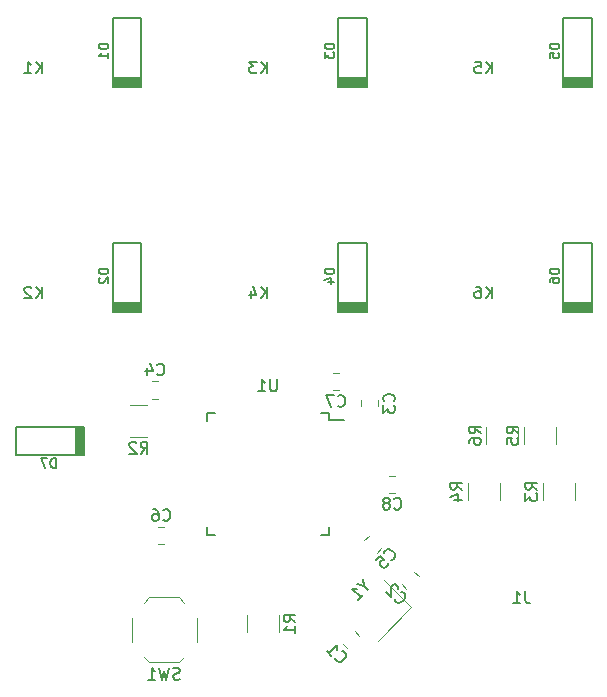
<source format=gbr>
%TF.GenerationSoftware,KiCad,Pcbnew,(5.1.8)-1*%
%TF.CreationDate,2020-11-20T23:41:01-06:00*%
%TF.ProjectId,testpcb,74657374-7063-4622-9e6b-696361645f70,0*%
%TF.SameCoordinates,Original*%
%TF.FileFunction,Legend,Bot*%
%TF.FilePolarity,Positive*%
%FSLAX46Y46*%
G04 Gerber Fmt 4.6, Leading zero omitted, Abs format (unit mm)*
G04 Created by KiCad (PCBNEW (5.1.8)-1) date 2020-11-20 23:41:01*
%MOMM*%
%LPD*%
G01*
G04 APERTURE LIST*
%ADD10C,0.150000*%
%ADD11C,0.120000*%
%ADD12C,0.200000*%
G04 APERTURE END LIST*
D10*
%TO.C,U1*%
X82137000Y-66139000D02*
X83412000Y-66139000D01*
X71787000Y-65564000D02*
X72462000Y-65564000D01*
X71787000Y-75914000D02*
X72462000Y-75914000D01*
X82137000Y-75914000D02*
X81462000Y-75914000D01*
X82137000Y-65564000D02*
X81462000Y-65564000D01*
X82137000Y-75914000D02*
X82137000Y-75239000D01*
X71787000Y-75914000D02*
X71787000Y-75239000D01*
X71787000Y-65564000D02*
X71787000Y-66239000D01*
X82137000Y-65564000D02*
X82137000Y-66139000D01*
D11*
%TO.C,Y1*%
X86797987Y-79715060D02*
X89131440Y-82048513D01*
X89131440Y-82048513D02*
X86303013Y-84876940D01*
%TO.C,C1*%
X83306043Y-85107490D02*
X83675510Y-85476957D01*
X84345490Y-84068043D02*
X84714957Y-84437510D01*
%TO.C,C2*%
X89361990Y-79051543D02*
X89731457Y-79421010D01*
X88322543Y-80090990D02*
X88692010Y-80460457D01*
%TO.C,C3*%
X84863000Y-65031252D02*
X84863000Y-64508748D01*
X86333000Y-65031252D02*
X86333000Y-64508748D01*
%TO.C,C4*%
X67698252Y-62892000D02*
X67175748Y-62892000D01*
X67698252Y-64362000D02*
X67175748Y-64362000D01*
%TO.C,C5*%
X85147543Y-76373010D02*
X85517010Y-76003543D01*
X86186990Y-77412457D02*
X86556457Y-77042990D01*
%TO.C,C6*%
X68206252Y-75211000D02*
X67683748Y-75211000D01*
X68206252Y-76681000D02*
X67683748Y-76681000D01*
%TO.C,C7*%
X82479248Y-62193500D02*
X83001752Y-62193500D01*
X82479248Y-63663500D02*
X83001752Y-63663500D01*
%TO.C,C8*%
X87241748Y-72363000D02*
X87764252Y-72363000D01*
X87241748Y-70893000D02*
X87764252Y-70893000D01*
D12*
%TO.C,D1*%
X66224000Y-37200000D02*
X63824000Y-37200000D01*
X66224000Y-37375000D02*
X63824000Y-37375000D01*
X66224000Y-37550000D02*
X63824000Y-37550000D01*
X63824000Y-37950000D02*
X66224000Y-37950000D01*
X66224000Y-37725000D02*
X63824000Y-37725000D01*
X66224000Y-37850000D02*
X63824000Y-37850000D01*
X66224000Y-37925000D02*
X66224000Y-32125000D01*
X66224000Y-32125000D02*
X63824000Y-32125000D01*
X63824000Y-32125000D02*
X63824000Y-37925000D01*
%TO.C,D2*%
X63824000Y-51175000D02*
X63824000Y-56975000D01*
X66224000Y-51175000D02*
X63824000Y-51175000D01*
X66224000Y-56975000D02*
X66224000Y-51175000D01*
X66224000Y-56900000D02*
X63824000Y-56900000D01*
X66224000Y-56775000D02*
X63824000Y-56775000D01*
X63824000Y-57000000D02*
X66224000Y-57000000D01*
X66224000Y-56600000D02*
X63824000Y-56600000D01*
X66224000Y-56425000D02*
X63824000Y-56425000D01*
X66224000Y-56250000D02*
X63824000Y-56250000D01*
%TO.C,D3*%
X85337500Y-37200000D02*
X82937500Y-37200000D01*
X85337500Y-37375000D02*
X82937500Y-37375000D01*
X85337500Y-37550000D02*
X82937500Y-37550000D01*
X82937500Y-37950000D02*
X85337500Y-37950000D01*
X85337500Y-37725000D02*
X82937500Y-37725000D01*
X85337500Y-37850000D02*
X82937500Y-37850000D01*
X85337500Y-37925000D02*
X85337500Y-32125000D01*
X85337500Y-32125000D02*
X82937500Y-32125000D01*
X82937500Y-32125000D02*
X82937500Y-37925000D01*
%TO.C,D4*%
X82937500Y-51175000D02*
X82937500Y-56975000D01*
X85337500Y-51175000D02*
X82937500Y-51175000D01*
X85337500Y-56975000D02*
X85337500Y-51175000D01*
X85337500Y-56900000D02*
X82937500Y-56900000D01*
X85337500Y-56775000D02*
X82937500Y-56775000D01*
X82937500Y-57000000D02*
X85337500Y-57000000D01*
X85337500Y-56600000D02*
X82937500Y-56600000D01*
X85337500Y-56425000D02*
X82937500Y-56425000D01*
X85337500Y-56250000D02*
X82937500Y-56250000D01*
%TO.C,D5*%
X101987500Y-32125000D02*
X101987500Y-37925000D01*
X104387500Y-32125000D02*
X101987500Y-32125000D01*
X104387500Y-37925000D02*
X104387500Y-32125000D01*
X104387500Y-37850000D02*
X101987500Y-37850000D01*
X104387500Y-37725000D02*
X101987500Y-37725000D01*
X101987500Y-37950000D02*
X104387500Y-37950000D01*
X104387500Y-37550000D02*
X101987500Y-37550000D01*
X104387500Y-37375000D02*
X101987500Y-37375000D01*
X104387500Y-37200000D02*
X101987500Y-37200000D01*
%TO.C,D6*%
X101987500Y-51175000D02*
X101987500Y-56975000D01*
X104387500Y-51175000D02*
X101987500Y-51175000D01*
X104387500Y-56975000D02*
X104387500Y-51175000D01*
X104387500Y-56900000D02*
X101987500Y-56900000D01*
X104387500Y-56775000D02*
X101987500Y-56775000D01*
X101987500Y-57000000D02*
X104387500Y-57000000D01*
X104387500Y-56600000D02*
X101987500Y-56600000D01*
X104387500Y-56425000D02*
X101987500Y-56425000D01*
X104387500Y-56250000D02*
X101987500Y-56250000D01*
%TO.C,D7*%
X60695000Y-66745000D02*
X60695000Y-69145000D01*
X60870000Y-66745000D02*
X60870000Y-69145000D01*
X61045000Y-66745000D02*
X61045000Y-69145000D01*
X61445000Y-69145000D02*
X61445000Y-66745000D01*
X61220000Y-66745000D02*
X61220000Y-69145000D01*
X61345000Y-66745000D02*
X61345000Y-69145000D01*
X61420000Y-66745000D02*
X55620000Y-66745000D01*
X55620000Y-66745000D02*
X55620000Y-69145000D01*
X55620000Y-69145000D02*
X61420000Y-69145000D01*
D11*
%TO.C,R1*%
X75226000Y-84162737D02*
X75226000Y-82715263D01*
X77936000Y-84162737D02*
X77936000Y-82715263D01*
%TO.C,R2*%
X65316263Y-67649000D02*
X66763737Y-67649000D01*
X65316263Y-64939000D02*
X66763737Y-64939000D01*
%TO.C,R3*%
X100245000Y-71507513D02*
X100245000Y-72954987D01*
X102955000Y-71507513D02*
X102955000Y-72954987D01*
%TO.C,R4*%
X96605000Y-71507513D02*
X96605000Y-72954987D01*
X93895000Y-71507513D02*
X93895000Y-72954987D01*
%TO.C,R5*%
X98657500Y-66745013D02*
X98657500Y-68192487D01*
X101367500Y-66745013D02*
X101367500Y-68192487D01*
%TO.C,R6*%
X98192500Y-66745013D02*
X98192500Y-68192487D01*
X95482500Y-66745013D02*
X95482500Y-68192487D01*
%TO.C,SW1*%
X66949000Y-86697000D02*
X69449000Y-86697000D01*
X65449000Y-84947000D02*
X65449000Y-82947000D01*
X66949000Y-81197000D02*
X69449000Y-81197000D01*
X70949000Y-84947000D02*
X70949000Y-82947000D01*
X66499000Y-86247000D02*
X66949000Y-86697000D01*
X69899000Y-86247000D02*
X69449000Y-86697000D01*
X69899000Y-81647000D02*
X69449000Y-81197000D01*
X66499000Y-81647000D02*
X66949000Y-81197000D01*
%TO.C,U1*%
D10*
X77723904Y-62741380D02*
X77723904Y-63550904D01*
X77676285Y-63646142D01*
X77628666Y-63693761D01*
X77533428Y-63741380D01*
X77342952Y-63741380D01*
X77247714Y-63693761D01*
X77200095Y-63646142D01*
X77152476Y-63550904D01*
X77152476Y-62741380D01*
X76152476Y-63741380D02*
X76723904Y-63741380D01*
X76438190Y-63741380D02*
X76438190Y-62741380D01*
X76533428Y-62884238D01*
X76628666Y-62979476D01*
X76723904Y-63027095D01*
%TO.C,K6*%
X95988095Y-55887880D02*
X95988095Y-54887880D01*
X95416666Y-55887880D02*
X95845238Y-55316452D01*
X95416666Y-54887880D02*
X95988095Y-55459309D01*
X94559523Y-54887880D02*
X94750000Y-54887880D01*
X94845238Y-54935500D01*
X94892857Y-54983119D01*
X94988095Y-55125976D01*
X95035714Y-55316452D01*
X95035714Y-55697404D01*
X94988095Y-55792642D01*
X94940476Y-55840261D01*
X94845238Y-55887880D01*
X94654761Y-55887880D01*
X94559523Y-55840261D01*
X94511904Y-55792642D01*
X94464285Y-55697404D01*
X94464285Y-55459309D01*
X94511904Y-55364071D01*
X94559523Y-55316452D01*
X94654761Y-55268833D01*
X94845238Y-55268833D01*
X94940476Y-55316452D01*
X94988095Y-55364071D01*
X95035714Y-55459309D01*
%TO.C,K5*%
X95988095Y-36837880D02*
X95988095Y-35837880D01*
X95416666Y-36837880D02*
X95845238Y-36266452D01*
X95416666Y-35837880D02*
X95988095Y-36409309D01*
X94511904Y-35837880D02*
X94988095Y-35837880D01*
X95035714Y-36314071D01*
X94988095Y-36266452D01*
X94892857Y-36218833D01*
X94654761Y-36218833D01*
X94559523Y-36266452D01*
X94511904Y-36314071D01*
X94464285Y-36409309D01*
X94464285Y-36647404D01*
X94511904Y-36742642D01*
X94559523Y-36790261D01*
X94654761Y-36837880D01*
X94892857Y-36837880D01*
X94988095Y-36790261D01*
X95035714Y-36742642D01*
%TO.C,K4*%
X76938095Y-55887880D02*
X76938095Y-54887880D01*
X76366666Y-55887880D02*
X76795238Y-55316452D01*
X76366666Y-54887880D02*
X76938095Y-55459309D01*
X75509523Y-55221214D02*
X75509523Y-55887880D01*
X75747619Y-54840261D02*
X75985714Y-55554547D01*
X75366666Y-55554547D01*
%TO.C,K3*%
X76938095Y-36837880D02*
X76938095Y-35837880D01*
X76366666Y-36837880D02*
X76795238Y-36266452D01*
X76366666Y-35837880D02*
X76938095Y-36409309D01*
X76033333Y-35837880D02*
X75414285Y-35837880D01*
X75747619Y-36218833D01*
X75604761Y-36218833D01*
X75509523Y-36266452D01*
X75461904Y-36314071D01*
X75414285Y-36409309D01*
X75414285Y-36647404D01*
X75461904Y-36742642D01*
X75509523Y-36790261D01*
X75604761Y-36837880D01*
X75890476Y-36837880D01*
X75985714Y-36790261D01*
X76033333Y-36742642D01*
%TO.C,K2*%
X57888095Y-55887880D02*
X57888095Y-54887880D01*
X57316666Y-55887880D02*
X57745238Y-55316452D01*
X57316666Y-54887880D02*
X57888095Y-55459309D01*
X56935714Y-54983119D02*
X56888095Y-54935500D01*
X56792857Y-54887880D01*
X56554761Y-54887880D01*
X56459523Y-54935500D01*
X56411904Y-54983119D01*
X56364285Y-55078357D01*
X56364285Y-55173595D01*
X56411904Y-55316452D01*
X56983333Y-55887880D01*
X56364285Y-55887880D01*
%TO.C,K1*%
X57888095Y-36837880D02*
X57888095Y-35837880D01*
X57316666Y-36837880D02*
X57745238Y-36266452D01*
X57316666Y-35837880D02*
X57888095Y-36409309D01*
X56364285Y-36837880D02*
X56935714Y-36837880D01*
X56650000Y-36837880D02*
X56650000Y-35837880D01*
X56745238Y-35980738D01*
X56840476Y-36075976D01*
X56935714Y-36123595D01*
%TO.C,J1*%
X98758333Y-80689880D02*
X98758333Y-81404166D01*
X98805952Y-81547023D01*
X98901190Y-81642261D01*
X99044047Y-81689880D01*
X99139285Y-81689880D01*
X97758333Y-81689880D02*
X98329761Y-81689880D01*
X98044047Y-81689880D02*
X98044047Y-80689880D01*
X98139285Y-80832738D01*
X98234523Y-80927976D01*
X98329761Y-80975595D01*
%TO.C,Y1*%
X85137969Y-80210034D02*
X85474687Y-80546752D01*
X85003282Y-79603943D02*
X85137969Y-80210034D01*
X84531878Y-80075347D01*
X84632893Y-81388545D02*
X85036954Y-80984484D01*
X84834923Y-81186515D02*
X84127817Y-80479408D01*
X84296175Y-80513080D01*
X84430862Y-80513080D01*
X84531878Y-80479408D01*
%TO.C,C1*%
X82687873Y-86330828D02*
X82687873Y-86398171D01*
X82755217Y-86532858D01*
X82822561Y-86600202D01*
X82957248Y-86667545D01*
X83091935Y-86667545D01*
X83192950Y-86633874D01*
X83361309Y-86532858D01*
X83462324Y-86431843D01*
X83563339Y-86263484D01*
X83597011Y-86162469D01*
X83597011Y-86027782D01*
X83529667Y-85893095D01*
X83462324Y-85825751D01*
X83327637Y-85758408D01*
X83260293Y-85758408D01*
X81947095Y-85724736D02*
X82351156Y-86128797D01*
X82149125Y-85926767D02*
X82856232Y-85219660D01*
X82822561Y-85388019D01*
X82822561Y-85522706D01*
X82856232Y-85623721D01*
%TO.C,C2*%
X87704373Y-81314328D02*
X87704373Y-81381671D01*
X87771717Y-81516358D01*
X87839061Y-81583702D01*
X87973748Y-81651045D01*
X88108435Y-81651045D01*
X88209450Y-81617374D01*
X88377809Y-81516358D01*
X88478824Y-81415343D01*
X88579839Y-81246984D01*
X88613511Y-81145969D01*
X88613511Y-81011282D01*
X88546167Y-80876595D01*
X88478824Y-80809251D01*
X88344137Y-80741908D01*
X88276793Y-80741908D01*
X88007419Y-80472534D02*
X88007419Y-80405190D01*
X87973748Y-80304175D01*
X87805389Y-80135816D01*
X87704373Y-80102145D01*
X87637030Y-80102145D01*
X87536015Y-80135816D01*
X87468671Y-80203160D01*
X87401328Y-80337847D01*
X87401328Y-81145969D01*
X86963595Y-80708236D01*
%TO.C,C3*%
X87635142Y-64603333D02*
X87682761Y-64555714D01*
X87730380Y-64412857D01*
X87730380Y-64317619D01*
X87682761Y-64174761D01*
X87587523Y-64079523D01*
X87492285Y-64031904D01*
X87301809Y-63984285D01*
X87158952Y-63984285D01*
X86968476Y-64031904D01*
X86873238Y-64079523D01*
X86778000Y-64174761D01*
X86730380Y-64317619D01*
X86730380Y-64412857D01*
X86778000Y-64555714D01*
X86825619Y-64603333D01*
X86730380Y-64936666D02*
X86730380Y-65555714D01*
X87111333Y-65222380D01*
X87111333Y-65365238D01*
X87158952Y-65460476D01*
X87206571Y-65508095D01*
X87301809Y-65555714D01*
X87539904Y-65555714D01*
X87635142Y-65508095D01*
X87682761Y-65460476D01*
X87730380Y-65365238D01*
X87730380Y-65079523D01*
X87682761Y-64984285D01*
X87635142Y-64936666D01*
%TO.C,C4*%
X67603666Y-62304142D02*
X67651285Y-62351761D01*
X67794142Y-62399380D01*
X67889380Y-62399380D01*
X68032238Y-62351761D01*
X68127476Y-62256523D01*
X68175095Y-62161285D01*
X68222714Y-61970809D01*
X68222714Y-61827952D01*
X68175095Y-61637476D01*
X68127476Y-61542238D01*
X68032238Y-61447000D01*
X67889380Y-61399380D01*
X67794142Y-61399380D01*
X67651285Y-61447000D01*
X67603666Y-61494619D01*
X66746523Y-61732714D02*
X66746523Y-62399380D01*
X66984619Y-61351761D02*
X67222714Y-62066047D01*
X66603666Y-62066047D01*
%TO.C,C5*%
X87410328Y-78030626D02*
X87477671Y-78030626D01*
X87612358Y-77963282D01*
X87679702Y-77895939D01*
X87747045Y-77761251D01*
X87747045Y-77626564D01*
X87713374Y-77525549D01*
X87612358Y-77357190D01*
X87511343Y-77256175D01*
X87342984Y-77155160D01*
X87241969Y-77121488D01*
X87107282Y-77121488D01*
X86972595Y-77188832D01*
X86905251Y-77256175D01*
X86837908Y-77390862D01*
X86837908Y-77458206D01*
X86130801Y-78030626D02*
X86467519Y-77693908D01*
X86837908Y-77996954D01*
X86770564Y-77996954D01*
X86669549Y-78030626D01*
X86501190Y-78198984D01*
X86467519Y-78300000D01*
X86467519Y-78367343D01*
X86501190Y-78468358D01*
X86669549Y-78636717D01*
X86770564Y-78670389D01*
X86837908Y-78670389D01*
X86938923Y-78636717D01*
X87107282Y-78468358D01*
X87140954Y-78367343D01*
X87140954Y-78300000D01*
%TO.C,C6*%
X68111666Y-74623142D02*
X68159285Y-74670761D01*
X68302142Y-74718380D01*
X68397380Y-74718380D01*
X68540238Y-74670761D01*
X68635476Y-74575523D01*
X68683095Y-74480285D01*
X68730714Y-74289809D01*
X68730714Y-74146952D01*
X68683095Y-73956476D01*
X68635476Y-73861238D01*
X68540238Y-73766000D01*
X68397380Y-73718380D01*
X68302142Y-73718380D01*
X68159285Y-73766000D01*
X68111666Y-73813619D01*
X67254523Y-73718380D02*
X67445000Y-73718380D01*
X67540238Y-73766000D01*
X67587857Y-73813619D01*
X67683095Y-73956476D01*
X67730714Y-74146952D01*
X67730714Y-74527904D01*
X67683095Y-74623142D01*
X67635476Y-74670761D01*
X67540238Y-74718380D01*
X67349761Y-74718380D01*
X67254523Y-74670761D01*
X67206904Y-74623142D01*
X67159285Y-74527904D01*
X67159285Y-74289809D01*
X67206904Y-74194571D01*
X67254523Y-74146952D01*
X67349761Y-74099333D01*
X67540238Y-74099333D01*
X67635476Y-74146952D01*
X67683095Y-74194571D01*
X67730714Y-74289809D01*
%TO.C,C7*%
X82907166Y-64965642D02*
X82954785Y-65013261D01*
X83097642Y-65060880D01*
X83192880Y-65060880D01*
X83335738Y-65013261D01*
X83430976Y-64918023D01*
X83478595Y-64822785D01*
X83526214Y-64632309D01*
X83526214Y-64489452D01*
X83478595Y-64298976D01*
X83430976Y-64203738D01*
X83335738Y-64108500D01*
X83192880Y-64060880D01*
X83097642Y-64060880D01*
X82954785Y-64108500D01*
X82907166Y-64156119D01*
X82573833Y-64060880D02*
X81907166Y-64060880D01*
X82335738Y-65060880D01*
%TO.C,C8*%
X87669666Y-73665142D02*
X87717285Y-73712761D01*
X87860142Y-73760380D01*
X87955380Y-73760380D01*
X88098238Y-73712761D01*
X88193476Y-73617523D01*
X88241095Y-73522285D01*
X88288714Y-73331809D01*
X88288714Y-73188952D01*
X88241095Y-72998476D01*
X88193476Y-72903238D01*
X88098238Y-72808000D01*
X87955380Y-72760380D01*
X87860142Y-72760380D01*
X87717285Y-72808000D01*
X87669666Y-72855619D01*
X87098238Y-73188952D02*
X87193476Y-73141333D01*
X87241095Y-73093714D01*
X87288714Y-72998476D01*
X87288714Y-72950857D01*
X87241095Y-72855619D01*
X87193476Y-72808000D01*
X87098238Y-72760380D01*
X86907761Y-72760380D01*
X86812523Y-72808000D01*
X86764904Y-72855619D01*
X86717285Y-72950857D01*
X86717285Y-72998476D01*
X86764904Y-73093714D01*
X86812523Y-73141333D01*
X86907761Y-73188952D01*
X87098238Y-73188952D01*
X87193476Y-73236571D01*
X87241095Y-73284190D01*
X87288714Y-73379428D01*
X87288714Y-73569904D01*
X87241095Y-73665142D01*
X87193476Y-73712761D01*
X87098238Y-73760380D01*
X86907761Y-73760380D01*
X86812523Y-73712761D01*
X86764904Y-73665142D01*
X86717285Y-73569904D01*
X86717285Y-73379428D01*
X86764904Y-73284190D01*
X86812523Y-73236571D01*
X86907761Y-73188952D01*
%TO.C,D1*%
X63460904Y-34334523D02*
X62660904Y-34334523D01*
X62660904Y-34525000D01*
X62699000Y-34639285D01*
X62775190Y-34715476D01*
X62851380Y-34753571D01*
X63003761Y-34791666D01*
X63118047Y-34791666D01*
X63270428Y-34753571D01*
X63346619Y-34715476D01*
X63422809Y-34639285D01*
X63460904Y-34525000D01*
X63460904Y-34334523D01*
X63460904Y-35553571D02*
X63460904Y-35096428D01*
X63460904Y-35325000D02*
X62660904Y-35325000D01*
X62775190Y-35248809D01*
X62851380Y-35172619D01*
X62889476Y-35096428D01*
%TO.C,D2*%
X63460904Y-53384523D02*
X62660904Y-53384523D01*
X62660904Y-53575000D01*
X62699000Y-53689285D01*
X62775190Y-53765476D01*
X62851380Y-53803571D01*
X63003761Y-53841666D01*
X63118047Y-53841666D01*
X63270428Y-53803571D01*
X63346619Y-53765476D01*
X63422809Y-53689285D01*
X63460904Y-53575000D01*
X63460904Y-53384523D01*
X62737095Y-54146428D02*
X62699000Y-54184523D01*
X62660904Y-54260714D01*
X62660904Y-54451190D01*
X62699000Y-54527380D01*
X62737095Y-54565476D01*
X62813285Y-54603571D01*
X62889476Y-54603571D01*
X63003761Y-54565476D01*
X63460904Y-54108333D01*
X63460904Y-54603571D01*
%TO.C,D3*%
X82574404Y-34334523D02*
X81774404Y-34334523D01*
X81774404Y-34525000D01*
X81812500Y-34639285D01*
X81888690Y-34715476D01*
X81964880Y-34753571D01*
X82117261Y-34791666D01*
X82231547Y-34791666D01*
X82383928Y-34753571D01*
X82460119Y-34715476D01*
X82536309Y-34639285D01*
X82574404Y-34525000D01*
X82574404Y-34334523D01*
X81774404Y-35058333D02*
X81774404Y-35553571D01*
X82079166Y-35286904D01*
X82079166Y-35401190D01*
X82117261Y-35477380D01*
X82155357Y-35515476D01*
X82231547Y-35553571D01*
X82422023Y-35553571D01*
X82498214Y-35515476D01*
X82536309Y-35477380D01*
X82574404Y-35401190D01*
X82574404Y-35172619D01*
X82536309Y-35096428D01*
X82498214Y-35058333D01*
%TO.C,D4*%
X82574404Y-53384523D02*
X81774404Y-53384523D01*
X81774404Y-53575000D01*
X81812500Y-53689285D01*
X81888690Y-53765476D01*
X81964880Y-53803571D01*
X82117261Y-53841666D01*
X82231547Y-53841666D01*
X82383928Y-53803571D01*
X82460119Y-53765476D01*
X82536309Y-53689285D01*
X82574404Y-53575000D01*
X82574404Y-53384523D01*
X82041071Y-54527380D02*
X82574404Y-54527380D01*
X81736309Y-54336904D02*
X82307738Y-54146428D01*
X82307738Y-54641666D01*
%TO.C,D5*%
X101624404Y-34334523D02*
X100824404Y-34334523D01*
X100824404Y-34525000D01*
X100862500Y-34639285D01*
X100938690Y-34715476D01*
X101014880Y-34753571D01*
X101167261Y-34791666D01*
X101281547Y-34791666D01*
X101433928Y-34753571D01*
X101510119Y-34715476D01*
X101586309Y-34639285D01*
X101624404Y-34525000D01*
X101624404Y-34334523D01*
X100824404Y-35515476D02*
X100824404Y-35134523D01*
X101205357Y-35096428D01*
X101167261Y-35134523D01*
X101129166Y-35210714D01*
X101129166Y-35401190D01*
X101167261Y-35477380D01*
X101205357Y-35515476D01*
X101281547Y-35553571D01*
X101472023Y-35553571D01*
X101548214Y-35515476D01*
X101586309Y-35477380D01*
X101624404Y-35401190D01*
X101624404Y-35210714D01*
X101586309Y-35134523D01*
X101548214Y-35096428D01*
%TO.C,D6*%
X101624404Y-53384523D02*
X100824404Y-53384523D01*
X100824404Y-53575000D01*
X100862500Y-53689285D01*
X100938690Y-53765476D01*
X101014880Y-53803571D01*
X101167261Y-53841666D01*
X101281547Y-53841666D01*
X101433928Y-53803571D01*
X101510119Y-53765476D01*
X101586309Y-53689285D01*
X101624404Y-53575000D01*
X101624404Y-53384523D01*
X100824404Y-54527380D02*
X100824404Y-54375000D01*
X100862500Y-54298809D01*
X100900595Y-54260714D01*
X101014880Y-54184523D01*
X101167261Y-54146428D01*
X101472023Y-54146428D01*
X101548214Y-54184523D01*
X101586309Y-54222619D01*
X101624404Y-54298809D01*
X101624404Y-54451190D01*
X101586309Y-54527380D01*
X101548214Y-54565476D01*
X101472023Y-54603571D01*
X101281547Y-54603571D01*
X101205357Y-54565476D01*
X101167261Y-54527380D01*
X101129166Y-54451190D01*
X101129166Y-54298809D01*
X101167261Y-54222619D01*
X101205357Y-54184523D01*
X101281547Y-54146428D01*
%TO.C,D7*%
X59010476Y-70231904D02*
X59010476Y-69431904D01*
X58820000Y-69431904D01*
X58705714Y-69470000D01*
X58629523Y-69546190D01*
X58591428Y-69622380D01*
X58553333Y-69774761D01*
X58553333Y-69889047D01*
X58591428Y-70041428D01*
X58629523Y-70117619D01*
X58705714Y-70193809D01*
X58820000Y-70231904D01*
X59010476Y-70231904D01*
X58286666Y-69431904D02*
X57753333Y-69431904D01*
X58096190Y-70231904D01*
%TO.C,R1*%
X79313380Y-83272333D02*
X78837190Y-82939000D01*
X79313380Y-82700904D02*
X78313380Y-82700904D01*
X78313380Y-83081857D01*
X78361000Y-83177095D01*
X78408619Y-83224714D01*
X78503857Y-83272333D01*
X78646714Y-83272333D01*
X78741952Y-83224714D01*
X78789571Y-83177095D01*
X78837190Y-83081857D01*
X78837190Y-82700904D01*
X79313380Y-84224714D02*
X79313380Y-83653285D01*
X79313380Y-83939000D02*
X78313380Y-83939000D01*
X78456238Y-83843761D01*
X78551476Y-83748523D01*
X78599095Y-83653285D01*
%TO.C,R2*%
X66206666Y-69026380D02*
X66540000Y-68550190D01*
X66778095Y-69026380D02*
X66778095Y-68026380D01*
X66397142Y-68026380D01*
X66301904Y-68074000D01*
X66254285Y-68121619D01*
X66206666Y-68216857D01*
X66206666Y-68359714D01*
X66254285Y-68454952D01*
X66301904Y-68502571D01*
X66397142Y-68550190D01*
X66778095Y-68550190D01*
X65825714Y-68121619D02*
X65778095Y-68074000D01*
X65682857Y-68026380D01*
X65444761Y-68026380D01*
X65349523Y-68074000D01*
X65301904Y-68121619D01*
X65254285Y-68216857D01*
X65254285Y-68312095D01*
X65301904Y-68454952D01*
X65873333Y-69026380D01*
X65254285Y-69026380D01*
%TO.C,R3*%
X99772380Y-72064583D02*
X99296190Y-71731250D01*
X99772380Y-71493154D02*
X98772380Y-71493154D01*
X98772380Y-71874107D01*
X98820000Y-71969345D01*
X98867619Y-72016964D01*
X98962857Y-72064583D01*
X99105714Y-72064583D01*
X99200952Y-72016964D01*
X99248571Y-71969345D01*
X99296190Y-71874107D01*
X99296190Y-71493154D01*
X98772380Y-72397916D02*
X98772380Y-73016964D01*
X99153333Y-72683630D01*
X99153333Y-72826488D01*
X99200952Y-72921726D01*
X99248571Y-72969345D01*
X99343809Y-73016964D01*
X99581904Y-73016964D01*
X99677142Y-72969345D01*
X99724761Y-72921726D01*
X99772380Y-72826488D01*
X99772380Y-72540773D01*
X99724761Y-72445535D01*
X99677142Y-72397916D01*
%TO.C,R4*%
X93422380Y-72064583D02*
X92946190Y-71731250D01*
X93422380Y-71493154D02*
X92422380Y-71493154D01*
X92422380Y-71874107D01*
X92470000Y-71969345D01*
X92517619Y-72016964D01*
X92612857Y-72064583D01*
X92755714Y-72064583D01*
X92850952Y-72016964D01*
X92898571Y-71969345D01*
X92946190Y-71874107D01*
X92946190Y-71493154D01*
X92755714Y-72921726D02*
X93422380Y-72921726D01*
X92374761Y-72683630D02*
X93089047Y-72445535D01*
X93089047Y-73064583D01*
%TO.C,R5*%
X98184880Y-67302083D02*
X97708690Y-66968750D01*
X98184880Y-66730654D02*
X97184880Y-66730654D01*
X97184880Y-67111607D01*
X97232500Y-67206845D01*
X97280119Y-67254464D01*
X97375357Y-67302083D01*
X97518214Y-67302083D01*
X97613452Y-67254464D01*
X97661071Y-67206845D01*
X97708690Y-67111607D01*
X97708690Y-66730654D01*
X97184880Y-68206845D02*
X97184880Y-67730654D01*
X97661071Y-67683035D01*
X97613452Y-67730654D01*
X97565833Y-67825892D01*
X97565833Y-68063988D01*
X97613452Y-68159226D01*
X97661071Y-68206845D01*
X97756309Y-68254464D01*
X97994404Y-68254464D01*
X98089642Y-68206845D01*
X98137261Y-68159226D01*
X98184880Y-68063988D01*
X98184880Y-67825892D01*
X98137261Y-67730654D01*
X98089642Y-67683035D01*
%TO.C,R6*%
X95009880Y-67302083D02*
X94533690Y-66968750D01*
X95009880Y-66730654D02*
X94009880Y-66730654D01*
X94009880Y-67111607D01*
X94057500Y-67206845D01*
X94105119Y-67254464D01*
X94200357Y-67302083D01*
X94343214Y-67302083D01*
X94438452Y-67254464D01*
X94486071Y-67206845D01*
X94533690Y-67111607D01*
X94533690Y-66730654D01*
X94009880Y-68159226D02*
X94009880Y-67968750D01*
X94057500Y-67873511D01*
X94105119Y-67825892D01*
X94247976Y-67730654D01*
X94438452Y-67683035D01*
X94819404Y-67683035D01*
X94914642Y-67730654D01*
X94962261Y-67778273D01*
X95009880Y-67873511D01*
X95009880Y-68063988D01*
X94962261Y-68159226D01*
X94914642Y-68206845D01*
X94819404Y-68254464D01*
X94581309Y-68254464D01*
X94486071Y-68206845D01*
X94438452Y-68159226D01*
X94390833Y-68063988D01*
X94390833Y-67873511D01*
X94438452Y-67778273D01*
X94486071Y-67730654D01*
X94581309Y-67683035D01*
%TO.C,SW1*%
X69532333Y-88101761D02*
X69389476Y-88149380D01*
X69151380Y-88149380D01*
X69056142Y-88101761D01*
X69008523Y-88054142D01*
X68960904Y-87958904D01*
X68960904Y-87863666D01*
X69008523Y-87768428D01*
X69056142Y-87720809D01*
X69151380Y-87673190D01*
X69341857Y-87625571D01*
X69437095Y-87577952D01*
X69484714Y-87530333D01*
X69532333Y-87435095D01*
X69532333Y-87339857D01*
X69484714Y-87244619D01*
X69437095Y-87197000D01*
X69341857Y-87149380D01*
X69103761Y-87149380D01*
X68960904Y-87197000D01*
X68627571Y-87149380D02*
X68389476Y-88149380D01*
X68199000Y-87435095D01*
X68008523Y-88149380D01*
X67770428Y-87149380D01*
X66865666Y-88149380D02*
X67437095Y-88149380D01*
X67151380Y-88149380D02*
X67151380Y-87149380D01*
X67246619Y-87292238D01*
X67341857Y-87387476D01*
X67437095Y-87435095D01*
%TD*%
M02*

</source>
